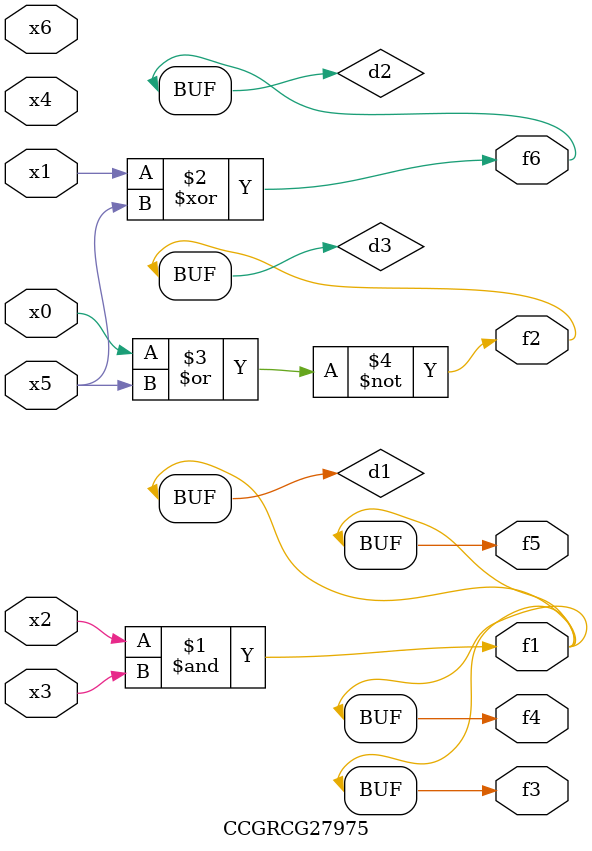
<source format=v>
module CCGRCG27975(
	input x0, x1, x2, x3, x4, x5, x6,
	output f1, f2, f3, f4, f5, f6
);

	wire d1, d2, d3;

	and (d1, x2, x3);
	xor (d2, x1, x5);
	nor (d3, x0, x5);
	assign f1 = d1;
	assign f2 = d3;
	assign f3 = d1;
	assign f4 = d1;
	assign f5 = d1;
	assign f6 = d2;
endmodule

</source>
